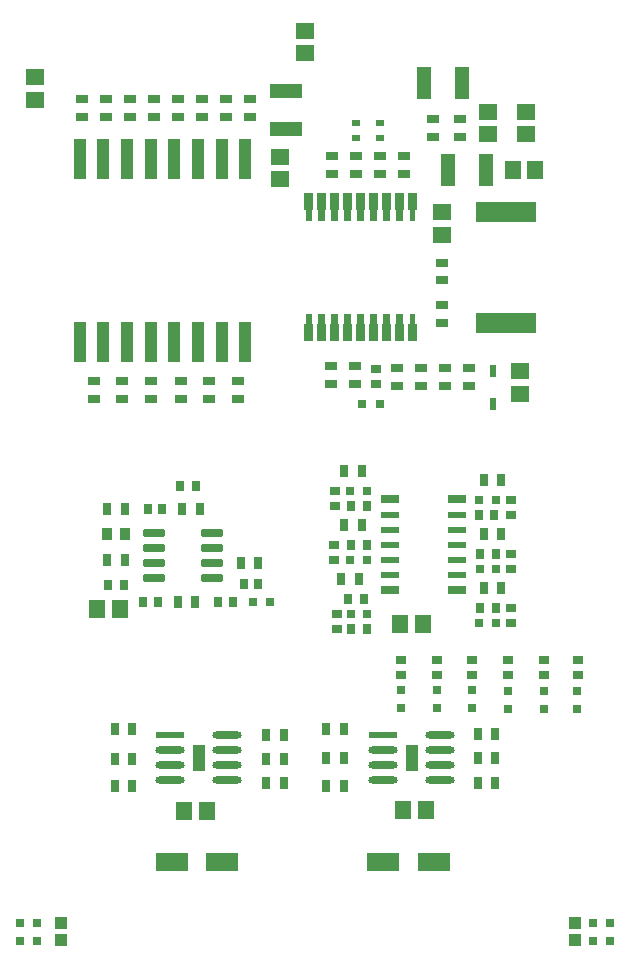
<source format=gtp>
G04*
G04 #@! TF.GenerationSoftware,Altium Limited,Altium Designer,23.0.1 (38)*
G04*
G04 Layer_Color=8421504*
%FSLAX44Y44*%
%MOMM*%
G71*
G04*
G04 #@! TF.SameCoordinates,B26DCD0B-EA3B-4DC6-9C7F-F6099DF497CD*
G04*
G04*
G04 #@! TF.FilePolarity,Positive*
G04*
G01*
G75*
%ADD15R,1.6500X0.7000*%
%ADD16R,1.6500X0.6000*%
%ADD17R,1.1358X2.2108*%
%ADD18R,0.8000X1.0000*%
%ADD19R,0.8500X0.7500*%
%ADD20R,2.8000X1.6000*%
%ADD21R,1.4000X1.5000*%
%ADD22R,0.7500X0.8500*%
%ADD23R,0.8000X0.8000*%
%ADD24R,2.4741X0.6221*%
G04:AMPARAMS|DCode=25|XSize=2.4741mm|YSize=0.6221mm|CornerRadius=0.3111mm|HoleSize=0mm|Usage=FLASHONLY|Rotation=0.000|XOffset=0mm|YOffset=0mm|HoleType=Round|Shape=RoundedRectangle|*
%AMROUNDEDRECTD25*
21,1,2.4741,0.0000,0,0,0.0*
21,1,1.8519,0.6221,0,0,0.0*
1,1,0.6221,0.9260,0.0000*
1,1,0.6221,-0.9260,0.0000*
1,1,0.6221,-0.9260,0.0000*
1,1,0.6221,0.9260,0.0000*
%
%ADD25ROUNDEDRECTD25*%
G04:AMPARAMS|DCode=26|XSize=0.76mm|YSize=0.6604mm|CornerRadius=0.0825mm|HoleSize=0mm|Usage=FLASHONLY|Rotation=270.000|XOffset=0mm|YOffset=0mm|HoleType=Round|Shape=RoundedRectangle|*
%AMROUNDEDRECTD26*
21,1,0.7600,0.4953,0,0,270.0*
21,1,0.5949,0.6604,0,0,270.0*
1,1,0.1651,-0.2477,-0.2975*
1,1,0.1651,-0.2477,0.2975*
1,1,0.1651,0.2477,0.2975*
1,1,0.1651,0.2477,-0.2975*
%
%ADD26ROUNDEDRECTD26*%
G04:AMPARAMS|DCode=27|XSize=1.9mm|YSize=0.6mm|CornerRadius=0.075mm|HoleSize=0mm|Usage=FLASHONLY|Rotation=180.000|XOffset=0mm|YOffset=0mm|HoleType=Round|Shape=RoundedRectangle|*
%AMROUNDEDRECTD27*
21,1,1.9000,0.4500,0,0,180.0*
21,1,1.7500,0.6000,0,0,180.0*
1,1,0.1500,-0.8750,0.2250*
1,1,0.1500,0.8750,0.2250*
1,1,0.1500,0.8750,-0.2250*
1,1,0.1500,-0.8750,-0.2250*
%
%ADD27ROUNDEDRECTD27*%
%ADD28R,0.8000X0.8000*%
%ADD29R,1.5000X1.4000*%
%ADD30R,1.0000X0.8000*%
%ADD31R,0.8000X0.6000*%
%ADD32R,0.9500X0.8000*%
%ADD33R,1.1000X1.0000*%
%ADD34R,1.0000X3.5000*%
%ADD35R,5.0800X1.7780*%
%ADD36R,0.8000X0.9500*%
%ADD37R,0.9000X1.0500*%
%ADD38R,0.7500X0.9000*%
%ADD39R,0.5500X1.0500*%
%ADD40R,1.1500X2.7000*%
%ADD41R,2.7000X1.1500*%
G36*
X263030Y660130D02*
X256030D01*
Y674130D01*
X257030D01*
Y683130D01*
X262030D01*
Y674130D01*
X263030D01*
Y660130D01*
D02*
G37*
G36*
X274530D02*
X266530D01*
Y674130D01*
X267530D01*
Y683130D01*
X273530D01*
Y674130D01*
X274530D01*
Y660130D01*
D02*
G37*
G36*
X285530D02*
X277530D01*
Y674130D01*
X278530D01*
Y683130D01*
X284530D01*
Y674130D01*
X285530D01*
Y660130D01*
D02*
G37*
G36*
X296530D02*
X288530D01*
Y674130D01*
X289530D01*
Y683130D01*
X295530D01*
Y674130D01*
X296530D01*
Y660130D01*
D02*
G37*
G36*
X307530D02*
X299530D01*
Y674130D01*
X300530D01*
Y683130D01*
X306530D01*
Y674130D01*
X307530D01*
Y660130D01*
D02*
G37*
G36*
X318530D02*
X310530D01*
Y674130D01*
X311530D01*
Y683130D01*
X317530D01*
Y674130D01*
X318530D01*
Y660130D01*
D02*
G37*
G36*
X329530D02*
X321530D01*
Y674130D01*
X322530D01*
Y683130D01*
X328530D01*
Y674130D01*
X329530D01*
Y660130D01*
D02*
G37*
G36*
X340530D02*
X332530D01*
Y674130D01*
X333530D01*
Y683130D01*
X339530D01*
Y674130D01*
X340530D01*
Y660130D01*
D02*
G37*
G36*
X351030D02*
X344030D01*
Y674130D01*
X345030D01*
Y683130D01*
X350030D01*
Y674130D01*
X351030D01*
Y660130D01*
D02*
G37*
G36*
X256030Y785130D02*
X263030D01*
Y771130D01*
X262030D01*
Y762130D01*
X257030D01*
Y771130D01*
X256030D01*
Y785130D01*
D02*
G37*
G36*
X266530D02*
X274530D01*
Y771130D01*
X273530D01*
Y762130D01*
X267530D01*
Y771130D01*
X266530D01*
Y785130D01*
D02*
G37*
G36*
X277530D02*
X285530D01*
Y771130D01*
X284530D01*
Y762130D01*
X278530D01*
Y771130D01*
X277530D01*
Y785130D01*
D02*
G37*
G36*
X288530D02*
X296530D01*
Y771130D01*
X295530D01*
Y762130D01*
X289530D01*
Y771130D01*
X288530D01*
Y785130D01*
D02*
G37*
G36*
X299530D02*
X307530D01*
Y771130D01*
X306530D01*
Y762130D01*
X300530D01*
Y771130D01*
X299530D01*
Y785130D01*
D02*
G37*
G36*
X310530D02*
X318530D01*
Y771130D01*
X317530D01*
Y762130D01*
X311530D01*
Y771130D01*
X310530D01*
Y785130D01*
D02*
G37*
G36*
X321530D02*
X329530D01*
Y771130D01*
X328530D01*
Y762130D01*
X322530D01*
Y771130D01*
X321530D01*
Y785130D01*
D02*
G37*
G36*
X332530D02*
X340530D01*
Y771130D01*
X339530D01*
Y762130D01*
X333530D01*
Y771130D01*
X332530D01*
Y785130D01*
D02*
G37*
G36*
X344030D02*
X351030D01*
Y771130D01*
X350030D01*
Y762130D01*
X345030D01*
Y771130D01*
X344030D01*
Y785130D01*
D02*
G37*
D15*
X328346Y449097D02*
D03*
Y526297D02*
D03*
X384846D02*
D03*
Y449097D02*
D03*
D16*
X328473Y462286D02*
D03*
Y474986D02*
D03*
Y487686D02*
D03*
Y500386D02*
D03*
Y513086D02*
D03*
X384972D02*
D03*
Y500386D02*
D03*
Y487686D02*
D03*
Y474986D02*
D03*
Y462286D02*
D03*
D17*
X166401Y307340D02*
D03*
X346710Y307110D02*
D03*
D18*
X289320Y283210D02*
D03*
X274320D02*
D03*
X104020Y518160D02*
D03*
X89020D02*
D03*
X95370Y283210D02*
D03*
X422790Y450850D02*
D03*
X407790D02*
D03*
X95250Y331470D02*
D03*
X110250D02*
D03*
X274440D02*
D03*
X289440D02*
D03*
X274440Y307110D02*
D03*
X289440D02*
D03*
X422790Y542290D02*
D03*
X407790D02*
D03*
X104020Y474980D02*
D03*
X89020D02*
D03*
X304680Y549910D02*
D03*
X289680D02*
D03*
X304800Y504190D02*
D03*
X289800D02*
D03*
X407790Y496570D02*
D03*
X422790D02*
D03*
X287140Y458470D02*
D03*
X302140D02*
D03*
X402710Y307110D02*
D03*
X417710D02*
D03*
X402710Y327430D02*
D03*
X417710D02*
D03*
X402710Y285520D02*
D03*
X417710D02*
D03*
X217050Y472438D02*
D03*
X202050D02*
D03*
X163710Y439418D02*
D03*
X148710D02*
D03*
X152520Y518158D02*
D03*
X167520D02*
D03*
X223640Y285520D02*
D03*
X238640D02*
D03*
X223640Y305840D02*
D03*
X238640D02*
D03*
X110370Y306590D02*
D03*
X95370D02*
D03*
X110370Y283210D02*
D03*
X223520Y326160D02*
D03*
X238520D02*
D03*
D19*
X283210Y429410D02*
D03*
Y416410D02*
D03*
X281940Y520550D02*
D03*
Y533550D02*
D03*
X430530Y525930D02*
D03*
Y512930D02*
D03*
Y434490D02*
D03*
Y421490D02*
D03*
Y467210D02*
D03*
Y480210D02*
D03*
X280670Y474830D02*
D03*
Y487830D02*
D03*
D20*
X143600Y218960D02*
D03*
X322670D02*
D03*
X365670D02*
D03*
X186600D02*
D03*
D21*
X154330Y262140D02*
D03*
X339750Y263410D02*
D03*
X80670Y433068D02*
D03*
X356210Y420370D02*
D03*
X337210D02*
D03*
X99670Y433068D02*
D03*
X358750Y263410D02*
D03*
X173330Y262140D02*
D03*
X432460Y805180D02*
D03*
X451460D02*
D03*
D22*
X132230Y439418D02*
D03*
X204570Y454658D02*
D03*
X308610Y487680D02*
D03*
X295610D02*
D03*
X308760Y520700D02*
D03*
X295760D02*
D03*
X403710Y513080D02*
D03*
X416710D02*
D03*
X404980Y434340D02*
D03*
X417980D02*
D03*
X404980Y480060D02*
D03*
X417980D02*
D03*
X295760Y416560D02*
D03*
X308760D02*
D03*
X293220Y441960D02*
D03*
X306220D02*
D03*
X217070Y454658D02*
D03*
X119230Y439418D02*
D03*
X103020Y453388D02*
D03*
X90020D02*
D03*
D23*
X227211Y439419D02*
D03*
X212211D02*
D03*
X304919Y607059D02*
D03*
X319919D02*
D03*
D24*
X322549Y326160D02*
D03*
X142240Y326390D02*
D03*
D25*
X370871Y313460D02*
D03*
X190561Y313690D02*
D03*
Y326390D02*
D03*
Y300990D02*
D03*
Y288290D02*
D03*
X142240D02*
D03*
Y300990D02*
D03*
Y313690D02*
D03*
X370871Y326160D02*
D03*
Y300760D02*
D03*
Y288060D02*
D03*
X322549D02*
D03*
Y300760D02*
D03*
Y313460D02*
D03*
D26*
X309260Y429260D02*
D03*
X404480Y467360D02*
D03*
X403830Y421640D02*
D03*
X403860Y525780D02*
D03*
X308610Y533400D02*
D03*
Y474980D02*
D03*
X294610D02*
D03*
Y533400D02*
D03*
X417860Y525780D02*
D03*
X417830Y421640D02*
D03*
X418480Y467360D02*
D03*
X295260Y429260D02*
D03*
D27*
X128270Y497838D02*
D03*
Y459738D02*
D03*
Y472438D02*
D03*
Y485138D02*
D03*
X177370Y497838D02*
D03*
Y485138D02*
D03*
Y459738D02*
D03*
Y472438D02*
D03*
D28*
X368301Y349369D02*
D03*
X486741Y348729D02*
D03*
X428321D02*
D03*
X458801D02*
D03*
X337820Y349369D02*
D03*
X397510D02*
D03*
Y364369D02*
D03*
X337820D02*
D03*
X458801Y363729D02*
D03*
X428321D02*
D03*
X486741D02*
D03*
X368301Y364369D02*
D03*
X500001Y167499D02*
D03*
Y152499D02*
D03*
X514999Y152501D02*
D03*
Y167501D02*
D03*
X30001Y152499D02*
D03*
Y167499D02*
D03*
X14999Y167501D02*
D03*
Y152501D02*
D03*
D29*
X256540Y922630D02*
D03*
Y903630D02*
D03*
X234950Y796950D02*
D03*
Y815950D02*
D03*
X27940Y883260D02*
D03*
Y864260D02*
D03*
X438150Y634340D02*
D03*
Y615340D02*
D03*
X372110Y749960D02*
D03*
Y768960D02*
D03*
X443230Y835050D02*
D03*
Y854050D02*
D03*
X411480Y835050D02*
D03*
Y854050D02*
D03*
D30*
X189230Y849750D02*
D03*
Y864750D02*
D03*
X394970Y637420D02*
D03*
Y622420D02*
D03*
X279400Y816490D02*
D03*
Y801490D02*
D03*
X199390Y625990D02*
D03*
Y610990D02*
D03*
X278130Y638690D02*
D03*
Y623690D02*
D03*
X128270Y864750D02*
D03*
Y849750D02*
D03*
X209550Y864750D02*
D03*
Y849750D02*
D03*
X372110Y690760D02*
D03*
Y675760D02*
D03*
X374650Y637420D02*
D03*
Y622420D02*
D03*
X354330Y637420D02*
D03*
Y622420D02*
D03*
X334010Y622420D02*
D03*
Y637420D02*
D03*
X298450Y623690D02*
D03*
Y638690D02*
D03*
X372110Y711440D02*
D03*
Y726440D02*
D03*
X340360Y816490D02*
D03*
Y801490D02*
D03*
X299720Y816490D02*
D03*
Y801490D02*
D03*
X387350Y848240D02*
D03*
Y833240D02*
D03*
X364490Y848240D02*
D03*
Y833240D02*
D03*
X320040Y816490D02*
D03*
Y801490D02*
D03*
X151130Y625990D02*
D03*
Y610990D02*
D03*
X77470Y626110D02*
D03*
Y611110D02*
D03*
X175260Y625990D02*
D03*
Y610990D02*
D03*
X101600Y626110D02*
D03*
Y611110D02*
D03*
X125730Y626110D02*
D03*
Y611110D02*
D03*
X67310Y864750D02*
D03*
Y849750D02*
D03*
X107950Y864750D02*
D03*
Y849750D02*
D03*
X148590Y864750D02*
D03*
Y849750D02*
D03*
X168910Y864750D02*
D03*
Y849750D02*
D03*
X87630Y864750D02*
D03*
Y849750D02*
D03*
D31*
X299720Y844700D02*
D03*
X320040D02*
D03*
Y831700D02*
D03*
X299720D02*
D03*
D32*
X427990Y377040D02*
D03*
Y390040D02*
D03*
X397510Y377040D02*
D03*
Y390040D02*
D03*
X337820Y377040D02*
D03*
Y390040D02*
D03*
X458470Y377040D02*
D03*
Y390040D02*
D03*
X487680Y377040D02*
D03*
Y390040D02*
D03*
X368300Y377040D02*
D03*
Y390040D02*
D03*
X316230Y623420D02*
D03*
Y636420D02*
D03*
D33*
X50000Y153000D02*
D03*
Y167000D02*
D03*
X485000Y167000D02*
D03*
Y153000D02*
D03*
D34*
X65890Y814100D02*
D03*
X85890D02*
D03*
X105890D02*
D03*
X125890D02*
D03*
X145890D02*
D03*
X165890D02*
D03*
X185890D02*
D03*
X205890D02*
D03*
Y659100D02*
D03*
X185890D02*
D03*
X165890D02*
D03*
X145890D02*
D03*
X125890D02*
D03*
X105890D02*
D03*
X85890D02*
D03*
X65890D02*
D03*
D35*
X426720Y675640D02*
D03*
Y769620D02*
D03*
D36*
X182730Y439418D02*
D03*
X195730D02*
D03*
X150330Y537208D02*
D03*
X163830D02*
D03*
D37*
X103770Y496568D02*
D03*
X89270D02*
D03*
D38*
X123540Y518160D02*
D03*
X135540D02*
D03*
D39*
X415290Y635030D02*
D03*
Y607030D02*
D03*
D40*
X409950Y805180D02*
D03*
X377450D02*
D03*
X389630Y878840D02*
D03*
X357130D02*
D03*
D41*
X240030Y839730D02*
D03*
Y872230D02*
D03*
M02*

</source>
